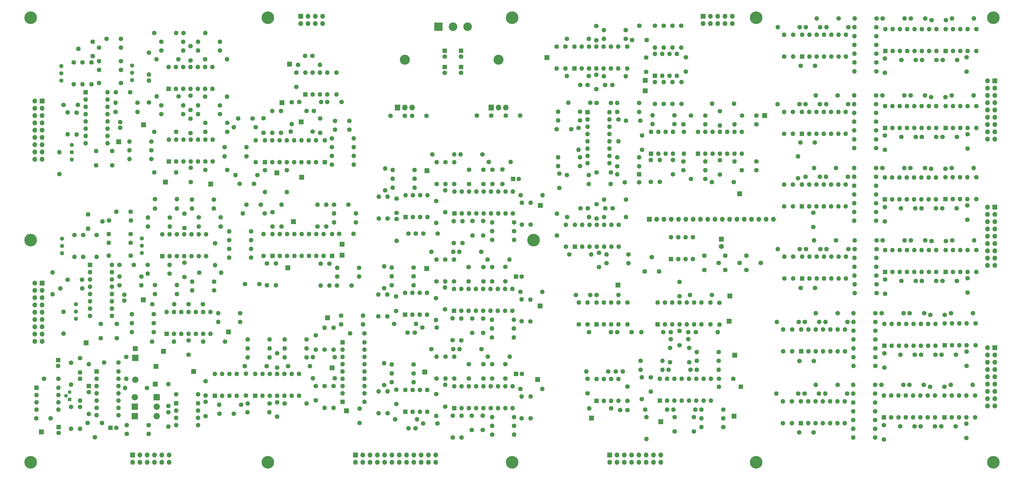
<source format=gbs>
G04 #@! TF.GenerationSoftware,KiCad,Pcbnew,(5.1.7-0-10_14)*
G04 #@! TF.CreationDate,2020-12-06T20:50:18+11:00*
G04 #@! TF.ProjectId,Boom-1,426f6f6d-2d31-42e6-9b69-6361645f7063,rev?*
G04 #@! TF.SameCoordinates,Original*
G04 #@! TF.FileFunction,Soldermask,Bot*
G04 #@! TF.FilePolarity,Negative*
%FSLAX46Y46*%
G04 Gerber Fmt 4.6, Leading zero omitted, Abs format (unit mm)*
G04 Created by KiCad (PCBNEW (5.1.7-0-10_14)) date 2020-12-06 20:50:18*
%MOMM*%
%LPD*%
G01*
G04 APERTURE LIST*
%ADD10O,1.700000X1.700000*%
%ADD11R,1.700000X1.700000*%
%ADD12C,1.600000*%
%ADD13O,1.600000X1.600000*%
%ADD14R,1.600000X1.600000*%
%ADD15C,3.000000*%
%ADD16R,3.000000X3.000000*%
%ADD17C,4.400000*%
%ADD18C,1.620000*%
%ADD19C,1.800000*%
%ADD20R,1.800000X1.800000*%
%ADD21R,2.200000X2.200000*%
%ADD22O,2.200000X2.200000*%
%ADD23C,1.300000*%
%ADD24R,1.300000X1.300000*%
%ADD25C,1.440000*%
%ADD26O,3.500000X3.500000*%
%ADD27R,1.905000X2.000000*%
%ADD28O,1.905000X2.000000*%
G04 APERTURE END LIST*
D10*
X293444400Y-107720200D03*
X290904400Y-107720200D03*
X288364400Y-107720200D03*
X285824400Y-107720200D03*
X283284400Y-107720200D03*
X280744400Y-107720200D03*
X278204400Y-107720200D03*
X275664400Y-107720200D03*
X273124400Y-107720200D03*
X270584400Y-107720200D03*
X268044400Y-107720200D03*
X265504400Y-107720200D03*
X262964400Y-107720200D03*
X260424400Y-107720200D03*
X257884400Y-107720200D03*
X255344400Y-107720200D03*
X252804400Y-107720200D03*
D11*
X250264400Y-107720200D03*
D12*
X361036000Y-128348000D03*
X361036000Y-133348000D03*
D13*
X165370000Y-167240000D03*
X172990000Y-174860000D03*
X167910000Y-167240000D03*
X170450000Y-174860000D03*
X170450000Y-167240000D03*
X167910000Y-174860000D03*
X172990000Y-167240000D03*
D14*
X165370000Y-174860000D03*
D13*
X303344000Y-95616000D03*
X318584000Y-103236000D03*
X305884000Y-95616000D03*
X316044000Y-103236000D03*
X308424000Y-95616000D03*
X313504000Y-103236000D03*
X310964000Y-95616000D03*
X310964000Y-103236000D03*
X313504000Y-95616000D03*
X308424000Y-103236000D03*
X316044000Y-95616000D03*
X305884000Y-103236000D03*
X318584000Y-95616000D03*
D14*
X303344000Y-103236000D03*
D12*
X156158000Y-107518000D03*
D13*
X156158000Y-99898000D03*
D14*
X83040000Y-87572000D03*
D13*
X98280000Y-79952000D03*
X85580000Y-87572000D03*
X95740000Y-79952000D03*
X88120000Y-87572000D03*
X93200000Y-79952000D03*
X90660000Y-87572000D03*
X90660000Y-79952000D03*
X93200000Y-87572000D03*
X88120000Y-79952000D03*
X95740000Y-87572000D03*
X85580000Y-79952000D03*
X98280000Y-87572000D03*
X83040000Y-79952000D03*
D14*
X303394000Y-77924000D03*
D13*
X318634000Y-70304000D03*
X305934000Y-77924000D03*
X316094000Y-70304000D03*
X308474000Y-77924000D03*
X313554000Y-70304000D03*
X311014000Y-77924000D03*
X311014000Y-70304000D03*
X313554000Y-77924000D03*
X308474000Y-70304000D03*
X316094000Y-77924000D03*
X305934000Y-70304000D03*
X318634000Y-77924000D03*
X303394000Y-70304000D03*
D10*
X367960000Y-79820000D03*
X370500000Y-79820000D03*
X367960000Y-77280000D03*
X370500000Y-77280000D03*
X367960000Y-74740000D03*
X370500000Y-74740000D03*
X367960000Y-72200000D03*
X370500000Y-72200000D03*
X367960000Y-69660000D03*
X370500000Y-69660000D03*
X367960000Y-67120000D03*
X370500000Y-67120000D03*
X367960000Y-64580000D03*
X370500000Y-64580000D03*
X367960000Y-62040000D03*
X370500000Y-62040000D03*
X367960000Y-59500000D03*
D11*
X370500000Y-59500000D03*
D10*
X367960000Y-172820000D03*
X370500000Y-172820000D03*
X367960000Y-170280000D03*
X370500000Y-170280000D03*
X367960000Y-167740000D03*
X370500000Y-167740000D03*
X367960000Y-165200000D03*
X370500000Y-165200000D03*
X367960000Y-162660000D03*
X370500000Y-162660000D03*
X367960000Y-160120000D03*
X370500000Y-160120000D03*
X367960000Y-157580000D03*
X370500000Y-157580000D03*
X367960000Y-155040000D03*
X370500000Y-155040000D03*
X367960000Y-152500000D03*
D11*
X370500000Y-152500000D03*
D10*
X367960000Y-123820000D03*
X370500000Y-123820000D03*
X367960000Y-121280000D03*
X370500000Y-121280000D03*
X367960000Y-118740000D03*
X370500000Y-118740000D03*
X367960000Y-116200000D03*
X370500000Y-116200000D03*
X367960000Y-113660000D03*
X370500000Y-113660000D03*
X367960000Y-111120000D03*
X370500000Y-111120000D03*
X367960000Y-108580000D03*
X370500000Y-108580000D03*
X367960000Y-106040000D03*
X370500000Y-106040000D03*
X367960000Y-103500000D03*
D11*
X370500000Y-103500000D03*
D10*
X279160000Y-39540000D03*
X279160000Y-37000000D03*
X276620000Y-39540000D03*
X276620000Y-37000000D03*
X274080000Y-39540000D03*
X274080000Y-37000000D03*
X271540000Y-39540000D03*
X271540000Y-37000000D03*
X269000000Y-39540000D03*
D11*
X269000000Y-37000000D03*
D10*
X254280000Y-192540000D03*
X254280000Y-190000000D03*
X251740000Y-192540000D03*
X251740000Y-190000000D03*
X249200000Y-192540000D03*
X249200000Y-190000000D03*
X246660000Y-192540000D03*
X246660000Y-190000000D03*
X244120000Y-192540000D03*
X244120000Y-190000000D03*
X241580000Y-192540000D03*
X241580000Y-190000000D03*
X239040000Y-192540000D03*
X239040000Y-190000000D03*
X236500000Y-192540000D03*
D11*
X236500000Y-190000000D03*
D10*
X175940000Y-192540000D03*
X175940000Y-190000000D03*
X173400000Y-192540000D03*
X173400000Y-190000000D03*
X170860000Y-192540000D03*
X170860000Y-190000000D03*
X168320000Y-192540000D03*
X168320000Y-190000000D03*
X165780000Y-192540000D03*
X165780000Y-190000000D03*
X163240000Y-192540000D03*
X163240000Y-190000000D03*
X160700000Y-192540000D03*
X160700000Y-190000000D03*
X158160000Y-192540000D03*
X158160000Y-190000000D03*
X155620000Y-192540000D03*
X155620000Y-190000000D03*
X153080000Y-192540000D03*
X153080000Y-190000000D03*
X150540000Y-192540000D03*
X150540000Y-190000000D03*
X148000000Y-192540000D03*
D11*
X148000000Y-190000000D03*
D10*
X136620000Y-39540000D03*
X136620000Y-37000000D03*
X134080000Y-39540000D03*
X134080000Y-37000000D03*
X131540000Y-39540000D03*
X131540000Y-37000000D03*
X129000000Y-39540000D03*
D11*
X129000000Y-37000000D03*
D10*
X83200000Y-192540000D03*
X83200000Y-190000000D03*
X80660000Y-192540000D03*
X80660000Y-190000000D03*
X78120000Y-192540000D03*
X78120000Y-190000000D03*
X75580000Y-192540000D03*
X75580000Y-190000000D03*
X73040000Y-192540000D03*
X73040000Y-190000000D03*
X70500000Y-192540000D03*
D11*
X70500000Y-190000000D03*
D10*
X36460000Y-150320000D03*
X39000000Y-150320000D03*
X36460000Y-147780000D03*
X39000000Y-147780000D03*
X36460000Y-145240000D03*
X39000000Y-145240000D03*
X36460000Y-142700000D03*
X39000000Y-142700000D03*
X36460000Y-140160000D03*
X39000000Y-140160000D03*
X36460000Y-137620000D03*
X39000000Y-137620000D03*
X36460000Y-135080000D03*
X39000000Y-135080000D03*
X36460000Y-132540000D03*
X39000000Y-132540000D03*
X36460000Y-130000000D03*
D11*
X39000000Y-130000000D03*
D10*
X36460000Y-86820000D03*
X39000000Y-86820000D03*
X36460000Y-84280000D03*
X39000000Y-84280000D03*
X36460000Y-81740000D03*
X39000000Y-81740000D03*
X36460000Y-79200000D03*
X39000000Y-79200000D03*
X36460000Y-76660000D03*
X39000000Y-76660000D03*
X36460000Y-74120000D03*
X39000000Y-74120000D03*
X36460000Y-71580000D03*
X39000000Y-71580000D03*
X36460000Y-69040000D03*
X39000000Y-69040000D03*
X36460000Y-66500000D03*
D11*
X39000000Y-66500000D03*
D15*
X187060000Y-40600000D03*
X181980000Y-40600000D03*
D16*
X176900000Y-40600000D03*
D14*
X332052000Y-151856000D03*
D13*
X349832000Y-144236000D03*
X334592000Y-151856000D03*
X347292000Y-144236000D03*
X337132000Y-151856000D03*
X344752000Y-144236000D03*
X339672000Y-151856000D03*
X342212000Y-144236000D03*
X342212000Y-151856000D03*
X339672000Y-144236000D03*
X344752000Y-151856000D03*
X337132000Y-144236000D03*
X347292000Y-151856000D03*
X334592000Y-144236000D03*
X349832000Y-151856000D03*
X332052000Y-144236000D03*
D17*
X370000000Y-192500000D03*
X287500000Y-192500000D03*
X202500000Y-192500000D03*
X117500000Y-192500000D03*
X35000000Y-192500000D03*
X210000000Y-115000000D03*
X35000000Y-115000000D03*
X370000000Y-37500000D03*
X287500000Y-37500000D03*
X202500000Y-37500000D03*
X117500000Y-37500000D03*
X35000000Y-37500000D03*
D13*
X352968000Y-169228000D03*
X360588000Y-176848000D03*
X355508000Y-169228000D03*
X358048000Y-176848000D03*
X358048000Y-169228000D03*
X355508000Y-176848000D03*
X360588000Y-169228000D03*
D14*
X352968000Y-176848000D03*
D12*
X332248000Y-83554000D03*
X332248000Y-78554000D03*
X345138000Y-79024000D03*
X350138000Y-79024000D03*
X357298000Y-79024000D03*
X352298000Y-79024000D03*
X302858000Y-81034000D03*
X307858000Y-81034000D03*
X304668000Y-67654000D03*
X309668000Y-67654000D03*
X348348000Y-65194000D03*
X353348000Y-65194000D03*
X361008000Y-83114000D03*
X361008000Y-78114000D03*
X341188000Y-64554000D03*
X346188000Y-64554000D03*
X337978000Y-79024000D03*
X342978000Y-79024000D03*
D14*
X332360000Y-75904000D03*
D13*
X350140000Y-68284000D03*
X334900000Y-75904000D03*
X347600000Y-68284000D03*
X337440000Y-75904000D03*
X345060000Y-68284000D03*
X339980000Y-75904000D03*
X342520000Y-68284000D03*
X342520000Y-75904000D03*
X339980000Y-68284000D03*
X345060000Y-75904000D03*
X337440000Y-68284000D03*
X347600000Y-75904000D03*
X334900000Y-68284000D03*
X350140000Y-75904000D03*
X332360000Y-68284000D03*
X297198000Y-70304000D03*
D12*
X297198000Y-77924000D03*
D14*
X353378000Y-75914000D03*
D13*
X360998000Y-68294000D03*
X355918000Y-75914000D03*
X358458000Y-68294000D03*
X358458000Y-75914000D03*
X355918000Y-68294000D03*
X360998000Y-75914000D03*
X353378000Y-68294000D03*
D12*
X364118000Y-68284000D03*
D13*
X364118000Y-75904000D03*
X363148000Y-64554000D03*
D12*
X355528000Y-64554000D03*
D13*
X308188000Y-64564000D03*
D12*
X315808000Y-64564000D03*
X329238000Y-73744000D03*
D13*
X321618000Y-73744000D03*
X321618000Y-79864000D03*
D12*
X329238000Y-79864000D03*
D13*
X339028000Y-64574000D03*
D12*
X331408000Y-64574000D03*
D13*
X321608000Y-64564000D03*
D12*
X329228000Y-64564000D03*
D13*
X300268000Y-77924000D03*
D12*
X300268000Y-70304000D03*
X329238000Y-67624000D03*
D13*
X321618000Y-67624000D03*
D12*
X329238000Y-70684000D03*
D13*
X321618000Y-70684000D03*
D12*
X329238000Y-76804000D03*
D13*
X321618000Y-76804000D03*
D12*
X319448000Y-67654000D03*
D13*
X311828000Y-67654000D03*
D12*
X302498000Y-67654000D03*
D13*
X294878000Y-67654000D03*
X321618000Y-82934000D03*
D12*
X329238000Y-82934000D03*
X331948000Y-184516000D03*
X331948000Y-179516000D03*
X349728000Y-179966000D03*
X344728000Y-179966000D03*
X356888000Y-179966000D03*
X351888000Y-179966000D03*
X307478000Y-182056000D03*
X302478000Y-182056000D03*
X309308000Y-168576000D03*
X304308000Y-168576000D03*
X352998000Y-166136000D03*
X347998000Y-166136000D03*
X360588000Y-179056000D03*
X360588000Y-184056000D03*
X345828000Y-165506000D03*
X340828000Y-165506000D03*
X342568000Y-179966000D03*
X337568000Y-179966000D03*
D13*
X363678000Y-176856000D03*
D12*
X363678000Y-169236000D03*
X355178000Y-165496000D03*
D13*
X362798000Y-165496000D03*
D12*
X315848000Y-165506000D03*
D13*
X308228000Y-165506000D03*
D12*
X328868000Y-174706000D03*
D13*
X321248000Y-174706000D03*
X321238000Y-180826000D03*
D12*
X328858000Y-180826000D03*
X331048000Y-165506000D03*
D13*
X338668000Y-165506000D03*
X321248000Y-165506000D03*
D12*
X328868000Y-165506000D03*
D13*
X299878000Y-178856000D03*
D12*
X299878000Y-171236000D03*
D13*
X321248000Y-168576000D03*
D12*
X328868000Y-168576000D03*
X328868000Y-171646000D03*
D13*
X321248000Y-171646000D03*
D12*
X328868000Y-177766000D03*
D13*
X321248000Y-177766000D03*
D12*
X319088000Y-168576000D03*
D13*
X311468000Y-168576000D03*
D12*
X302148000Y-168576000D03*
D13*
X294528000Y-168576000D03*
X321238000Y-183886000D03*
D12*
X328858000Y-183886000D03*
D13*
X296808000Y-171236000D03*
D12*
X296808000Y-178856000D03*
D14*
X331948000Y-176858000D03*
D13*
X349728000Y-169238000D03*
X334488000Y-176858000D03*
X347188000Y-169238000D03*
X337028000Y-176858000D03*
X344648000Y-169238000D03*
X339568000Y-176858000D03*
X342108000Y-169238000D03*
X342108000Y-176858000D03*
X339568000Y-169238000D03*
X344648000Y-176858000D03*
X337028000Y-169238000D03*
X347188000Y-176858000D03*
X334488000Y-169238000D03*
X349728000Y-176858000D03*
X331948000Y-169238000D03*
X302998000Y-171216000D03*
X318238000Y-178836000D03*
X305538000Y-171216000D03*
X315698000Y-178836000D03*
X308078000Y-171216000D03*
X313158000Y-178836000D03*
X310618000Y-171216000D03*
X310618000Y-178836000D03*
X313158000Y-171216000D03*
X308078000Y-178836000D03*
X315698000Y-171216000D03*
X305538000Y-178836000D03*
X318238000Y-171216000D03*
D14*
X302998000Y-178836000D03*
D13*
X257860000Y-114036000D03*
X265480000Y-121656000D03*
X260400000Y-114036000D03*
X262940000Y-121656000D03*
X262940000Y-114036000D03*
X260400000Y-121656000D03*
X265480000Y-114036000D03*
D14*
X257860000Y-121656000D03*
D18*
X269390000Y-120476000D03*
X274390000Y-122976000D03*
X269390000Y-125476000D03*
D19*
X275380000Y-117206000D03*
D20*
X275380000Y-114666000D03*
D18*
X276730000Y-125486000D03*
X281730000Y-122986000D03*
X276730000Y-120486000D03*
X284070000Y-120486000D03*
X289070000Y-122986000D03*
X284070000Y-125486000D03*
D11*
X214606000Y-51370000D03*
D12*
X226260000Y-60906000D03*
X228760000Y-60906000D03*
X226342000Y-103950000D03*
X228842000Y-103950000D03*
X237410000Y-60906000D03*
X234910000Y-60906000D03*
X234992000Y-103940000D03*
X237492000Y-103940000D03*
X231830000Y-57396000D03*
X231830000Y-62396000D03*
X231840000Y-45336000D03*
X231840000Y-40336000D03*
X232732000Y-119470000D03*
X232732000Y-124470000D03*
X231912000Y-107470000D03*
X231912000Y-102470000D03*
X247750000Y-83536000D03*
X247750000Y-78536000D03*
X274812000Y-87140000D03*
X274812000Y-92140000D03*
X274812000Y-75100000D03*
X274812000Y-70100000D03*
X218960000Y-96856000D03*
X218960000Y-91856000D03*
X236890000Y-67216000D03*
X231890000Y-67216000D03*
X242170000Y-73376000D03*
X247170000Y-73376000D03*
X264750000Y-71566000D03*
X269750000Y-71566000D03*
X282522000Y-71570000D03*
X287522000Y-71570000D03*
X269730000Y-93736000D03*
X264730000Y-93736000D03*
X282502000Y-90660000D03*
X287502000Y-90660000D03*
X242570000Y-47586000D03*
D13*
X242570000Y-55206000D03*
X234552000Y-100860000D03*
D12*
X242172000Y-100860000D03*
X229200000Y-57836000D03*
D13*
X221580000Y-57836000D03*
X229292000Y-107020000D03*
D12*
X221672000Y-107020000D03*
D13*
X242080000Y-57846000D03*
D12*
X234460000Y-57846000D03*
X234552000Y-107020000D03*
D13*
X242172000Y-107020000D03*
X221090000Y-55176000D03*
D12*
X221090000Y-47556000D03*
X221232000Y-117340000D03*
D13*
X221232000Y-109720000D03*
D12*
X218116000Y-113420000D03*
D13*
X218116000Y-105800000D03*
X218000000Y-55176000D03*
D12*
X218000000Y-47556000D03*
X221580000Y-44886000D03*
D13*
X229200000Y-44886000D03*
D12*
X236820000Y-95446000D03*
D13*
X229200000Y-95446000D03*
D12*
X262330000Y-77296000D03*
D13*
X262330000Y-84916000D03*
D12*
X262120000Y-90676000D03*
D13*
X269740000Y-90676000D03*
D12*
X262122000Y-74640000D03*
D13*
X269742000Y-74640000D03*
D12*
X287522000Y-74640000D03*
D13*
X279902000Y-74640000D03*
X272140000Y-67446000D03*
D12*
X279760000Y-67446000D03*
X279670000Y-94796000D03*
D13*
X272050000Y-94796000D03*
X269732000Y-87600000D03*
D12*
X262112000Y-87600000D03*
D13*
X279882000Y-87590000D03*
D12*
X287502000Y-87590000D03*
D18*
X244320000Y-45286000D03*
X246820000Y-40286000D03*
X249320000Y-45286000D03*
X248666000Y-125930000D03*
X251166000Y-120930000D03*
X253666000Y-125930000D03*
D11*
X248842000Y-62972000D03*
X290442000Y-71560000D03*
X281660000Y-98886000D03*
D13*
X236436400Y-70398200D03*
X228816400Y-88178200D03*
X236436400Y-72938200D03*
X228816400Y-85638200D03*
X236436400Y-75478200D03*
X228816400Y-83098200D03*
X236436400Y-78018200D03*
X228816400Y-80558200D03*
X236436400Y-80558200D03*
X228816400Y-78018200D03*
X236436400Y-83098200D03*
X228816400Y-75478200D03*
X236436400Y-85638200D03*
X228816400Y-72938200D03*
X236436400Y-88178200D03*
D14*
X228816400Y-70398200D03*
D13*
X224210000Y-47546000D03*
X239450000Y-55166000D03*
X226750000Y-47546000D03*
X236910000Y-55166000D03*
X229290000Y-47546000D03*
X234370000Y-55166000D03*
X231830000Y-47546000D03*
X231830000Y-55166000D03*
X234370000Y-47546000D03*
X229290000Y-55166000D03*
X236910000Y-47546000D03*
X226750000Y-55166000D03*
X239450000Y-47546000D03*
D14*
X224210000Y-55166000D03*
D12*
X258530000Y-92076000D03*
X258530000Y-87076000D03*
X241730000Y-94886000D03*
X246730000Y-94886000D03*
D11*
X248842000Y-59292000D03*
D13*
X225690000Y-83536000D03*
D12*
X225690000Y-75916000D03*
X226150000Y-70226000D03*
D13*
X218530000Y-70226000D03*
D12*
X229710000Y-67146000D03*
D13*
X222090000Y-67146000D03*
D14*
X252262000Y-57682000D03*
D13*
X259882000Y-50062000D03*
X254802000Y-57682000D03*
X257342000Y-50062000D03*
X257342000Y-57682000D03*
X254802000Y-50062000D03*
X259882000Y-57682000D03*
X252262000Y-50062000D03*
D12*
X218070000Y-76366000D03*
X223070000Y-76366000D03*
D14*
X224352000Y-117320000D03*
D13*
X239592000Y-109700000D03*
X226892000Y-117320000D03*
X237052000Y-109700000D03*
X229432000Y-117320000D03*
X234512000Y-109700000D03*
X231972000Y-117320000D03*
X231972000Y-109700000D03*
X234512000Y-117320000D03*
X229432000Y-109700000D03*
X237052000Y-117320000D03*
X226892000Y-109700000D03*
X239592000Y-117320000D03*
X224352000Y-109700000D03*
D12*
X236930000Y-91386000D03*
X231930000Y-91386000D03*
D14*
X267202000Y-84920000D03*
D13*
X282442000Y-77300000D03*
X269742000Y-84920000D03*
X279902000Y-77300000D03*
X272282000Y-84920000D03*
X277362000Y-77300000D03*
X274822000Y-84920000D03*
X274822000Y-77300000D03*
X277362000Y-84920000D03*
X272282000Y-77300000D03*
X279902000Y-84920000D03*
X269742000Y-77300000D03*
X282442000Y-84920000D03*
X267202000Y-77300000D03*
X250880000Y-77236000D03*
X258500000Y-84856000D03*
X253420000Y-77236000D03*
X255960000Y-84856000D03*
X255960000Y-77236000D03*
X253420000Y-84856000D03*
X258500000Y-77236000D03*
D14*
X250880000Y-84856000D03*
D12*
X262982000Y-56312000D03*
X262982000Y-51312000D03*
X249152000Y-56372000D03*
X249152000Y-51372000D03*
D14*
X246720000Y-92076000D03*
D13*
X239100000Y-92076000D03*
X230092000Y-120000000D03*
D12*
X222472000Y-120000000D03*
X242100000Y-41816000D03*
D13*
X234480000Y-41816000D03*
X242982000Y-123050000D03*
D12*
X235362000Y-123050000D03*
X242090000Y-44886000D03*
D13*
X234470000Y-44886000D03*
X235372000Y-119990000D03*
D12*
X242992000Y-119990000D03*
X252222000Y-40232000D03*
D13*
X252222000Y-47852000D03*
X229220000Y-92326000D03*
D12*
X221600000Y-92326000D03*
D13*
X261412000Y-47852000D03*
D12*
X261412000Y-40232000D03*
D13*
X258342000Y-47852000D03*
D12*
X258342000Y-40232000D03*
D13*
X255282000Y-47852000D03*
D12*
X255282000Y-40232000D03*
X226140000Y-73286000D03*
D13*
X218520000Y-73286000D03*
D12*
X226140000Y-89236000D03*
D13*
X218520000Y-89236000D03*
D12*
X226140000Y-86166000D03*
D13*
X218520000Y-86166000D03*
X261442000Y-59892000D03*
D12*
X261442000Y-67512000D03*
X258352000Y-67512000D03*
D13*
X258352000Y-59892000D03*
X255272000Y-59902000D03*
D12*
X255272000Y-67522000D03*
D13*
X251350000Y-71506000D03*
D12*
X258970000Y-71506000D03*
X253890000Y-94696000D03*
D13*
X253890000Y-87076000D03*
X251350000Y-74576000D03*
D12*
X258970000Y-74576000D03*
X250830000Y-94696000D03*
D13*
X250830000Y-87076000D03*
D12*
X252212000Y-67522000D03*
D13*
X252212000Y-59902000D03*
D12*
X239530000Y-72916000D03*
D13*
X239530000Y-80536000D03*
X246720000Y-86166000D03*
D12*
X239100000Y-86166000D03*
X239080000Y-70296000D03*
D13*
X246700000Y-70296000D03*
D12*
X239100000Y-89256000D03*
D13*
X246720000Y-89256000D03*
X239080000Y-67216000D03*
D12*
X246700000Y-67216000D03*
X135750000Y-77630000D03*
X135750000Y-72630000D03*
D13*
X125500000Y-77170000D03*
D12*
X133120000Y-77170000D03*
X161480000Y-144226000D03*
D13*
X169100000Y-144226000D03*
D11*
X230160000Y-177118000D03*
D14*
X231940000Y-144418000D03*
D13*
X239560000Y-136798000D03*
X234480000Y-144418000D03*
X237020000Y-136798000D03*
X237020000Y-144418000D03*
X234480000Y-136798000D03*
X239560000Y-144418000D03*
X231940000Y-136798000D03*
D12*
X239110000Y-147088000D03*
X244110000Y-147088000D03*
X224720000Y-134128000D03*
X229720000Y-134128000D03*
X228810000Y-144438000D03*
D13*
X228810000Y-136818000D03*
X225720000Y-136808000D03*
D12*
X225720000Y-144428000D03*
X229320000Y-147088000D03*
D13*
X236940000Y-147088000D03*
X242680000Y-144398000D03*
D12*
X242680000Y-136778000D03*
D13*
X239540000Y-134138000D03*
D12*
X231920000Y-134138000D03*
D11*
X239356000Y-130680000D03*
X254250000Y-178360000D03*
D13*
X256480000Y-174118000D03*
D12*
X248860000Y-174118000D03*
X235960000Y-160798000D03*
D13*
X228340000Y-160798000D03*
D14*
X253970000Y-170988000D03*
D13*
X271750000Y-163368000D03*
X256510000Y-170988000D03*
X269210000Y-163368000D03*
X259050000Y-170988000D03*
X266670000Y-163368000D03*
X261590000Y-170988000D03*
X264130000Y-163368000D03*
X264130000Y-170988000D03*
X261590000Y-163368000D03*
X266670000Y-170988000D03*
X259050000Y-163368000D03*
X269210000Y-170988000D03*
X256510000Y-163368000D03*
X271750000Y-170988000D03*
X253970000Y-163368000D03*
X353078000Y-144062000D03*
X360698000Y-151682000D03*
X355618000Y-144062000D03*
X358158000Y-151682000D03*
X358158000Y-144062000D03*
X355618000Y-151682000D03*
X360698000Y-144062000D03*
D14*
X353078000Y-151682000D03*
D12*
X360702000Y-158896000D03*
X360702000Y-153896000D03*
X353082000Y-141136000D03*
X348082000Y-141136000D03*
X360718000Y-56264000D03*
X360718000Y-51264000D03*
D13*
X321698000Y-43874000D03*
D12*
X329318000Y-43874000D03*
D13*
X182396000Y-155706000D03*
D12*
X182396000Y-163326000D03*
X162236000Y-172216000D03*
X162236000Y-167216000D03*
D13*
X179316000Y-163326000D03*
D12*
X179316000Y-155706000D03*
X174420000Y-119126000D03*
D13*
X182040000Y-119126000D03*
D14*
X165310000Y-141016000D03*
D13*
X172930000Y-133396000D03*
X167850000Y-141016000D03*
X170390000Y-133396000D03*
X170390000Y-141016000D03*
X167850000Y-133396000D03*
X172930000Y-141016000D03*
X165310000Y-133396000D03*
D12*
X166446000Y-180626000D03*
X168946000Y-180626000D03*
X176566000Y-178946000D03*
X171566000Y-178946000D03*
X161776000Y-177546000D03*
D13*
X169396000Y-177546000D03*
D12*
X176608000Y-112738000D03*
X171608000Y-112738000D03*
X44660000Y-163340000D03*
X39660000Y-163340000D03*
D13*
X93240000Y-171950000D03*
X85620000Y-179570000D03*
X93240000Y-174490000D03*
X85620000Y-177030000D03*
X93240000Y-177030000D03*
X85620000Y-174490000D03*
X93240000Y-179570000D03*
D14*
X85620000Y-171950000D03*
D12*
X137870000Y-110270000D03*
D13*
X137870000Y-102650000D03*
D12*
X149270000Y-124695000D03*
D13*
X141650000Y-124695000D03*
X111715000Y-115045000D03*
D12*
X104095000Y-115045000D03*
X104070000Y-118120000D03*
D13*
X111690000Y-118120000D03*
D12*
X111720000Y-121170000D03*
D13*
X104100000Y-121170000D03*
X104100000Y-111945000D03*
D12*
X111720000Y-111945000D03*
D13*
X44635000Y-166470000D03*
X37015000Y-174090000D03*
X44635000Y-169010000D03*
X37015000Y-171550000D03*
X44635000Y-171550000D03*
X37015000Y-169010000D03*
X44635000Y-174090000D03*
D14*
X37015000Y-166470000D03*
D11*
X143345000Y-116470000D03*
D12*
X59335000Y-144220000D03*
X59335000Y-149220000D03*
D13*
X91100000Y-100895000D03*
D12*
X98720000Y-100895000D03*
X98720000Y-103995000D03*
D13*
X91100000Y-103995000D03*
D12*
X101120000Y-110295000D03*
D13*
X93500000Y-110295000D03*
X75720000Y-126735000D03*
D12*
X83340000Y-126735000D03*
D13*
X85873600Y-100743000D03*
D12*
X78253600Y-100743000D03*
X78253600Y-104045000D03*
D13*
X85873600Y-104045000D03*
X83440000Y-110295000D03*
D12*
X75820000Y-110295000D03*
X98820000Y-132595000D03*
D13*
X91200000Y-132595000D03*
X91200000Y-129495000D03*
D12*
X98820000Y-129495000D03*
X99200000Y-116140000D03*
D13*
X99200000Y-123760000D03*
X101240000Y-126395000D03*
D12*
X93620000Y-126395000D03*
X78220000Y-133795000D03*
D13*
X85840000Y-133795000D03*
X85840000Y-130695000D03*
D12*
X78220000Y-130695000D03*
X75740000Y-123635000D03*
D13*
X83360000Y-123635000D03*
D12*
X83420000Y-107195000D03*
D13*
X75800000Y-107195000D03*
D12*
X88520000Y-127895000D03*
X88520000Y-122895000D03*
X88500000Y-105780000D03*
X88500000Y-110780000D03*
D13*
X80820000Y-112975000D03*
X96060000Y-120595000D03*
X83360000Y-112975000D03*
X93520000Y-120595000D03*
X85900000Y-112975000D03*
X90980000Y-120595000D03*
X88440000Y-112975000D03*
X88440000Y-120595000D03*
X90980000Y-112975000D03*
X85900000Y-120595000D03*
X93520000Y-112975000D03*
X83360000Y-120595000D03*
X96060000Y-112975000D03*
D14*
X80820000Y-120595000D03*
D13*
X101140000Y-107095000D03*
D12*
X93520000Y-107095000D03*
X146620000Y-130895000D03*
X141620000Y-130895000D03*
X117220000Y-123195000D03*
D13*
X117220000Y-130815000D03*
X140525000Y-108845000D03*
D12*
X148145000Y-108845000D03*
D13*
X82310000Y-140075000D03*
X97550000Y-147695000D03*
X84850000Y-140075000D03*
X95010000Y-147695000D03*
X87390000Y-140075000D03*
X92470000Y-147695000D03*
X89930000Y-140075000D03*
X89930000Y-147695000D03*
X92470000Y-140075000D03*
X87390000Y-147695000D03*
X95010000Y-140075000D03*
X84850000Y-147695000D03*
X97550000Y-140075000D03*
D14*
X82310000Y-147695000D03*
D12*
X41960000Y-177190000D03*
X36960000Y-177190000D03*
D13*
X83028900Y-54644800D03*
X98268900Y-62264800D03*
X85568900Y-54644800D03*
X95728900Y-62264800D03*
X88108900Y-54644800D03*
X93188900Y-62264800D03*
X90648900Y-54644800D03*
X90648900Y-62264800D03*
X93188900Y-54644800D03*
X88108900Y-62264800D03*
X95728900Y-54644800D03*
X85568900Y-62264800D03*
X98268900Y-54644800D03*
D14*
X83028900Y-62264800D03*
D13*
X124155600Y-98249200D03*
D12*
X124155600Y-90629200D03*
D14*
X116548300Y-87898700D03*
D13*
X134328300Y-80278700D03*
X119088300Y-87898700D03*
X131788300Y-80278700D03*
X121628300Y-87898700D03*
X129248300Y-80278700D03*
X124168300Y-87898700D03*
X126708300Y-80278700D03*
X126708300Y-87898700D03*
X124168300Y-80278700D03*
X129248300Y-87898700D03*
X121628300Y-80278700D03*
X131788300Y-87898700D03*
X119088300Y-80278700D03*
X134328300Y-87898700D03*
X116548300Y-80278700D03*
D11*
X129160000Y-73800000D03*
D12*
X143225600Y-66885800D03*
X138225600Y-66885800D03*
X77007500Y-86746500D03*
D13*
X69387500Y-86746500D03*
D12*
X116027600Y-77573600D03*
X116027600Y-72573600D03*
X112747200Y-95404400D03*
X107747200Y-95404400D03*
X107239200Y-72646000D03*
X112239200Y-72646000D03*
X145930000Y-73450000D03*
X140930000Y-73450000D03*
X140934800Y-76511600D03*
X145934800Y-76511600D03*
D13*
X137376300Y-80278700D03*
D14*
X137376300Y-87898700D03*
D12*
X113335200Y-87886000D03*
D13*
X113335200Y-80266000D03*
D12*
X116548300Y-90692700D03*
D13*
X116548300Y-98312700D03*
X119075600Y-70004400D03*
D12*
X119075600Y-77624400D03*
D13*
X106261300Y-92356400D03*
D12*
X113881300Y-92356400D03*
X113335200Y-75694000D03*
D13*
X105715200Y-75694000D03*
X147408000Y-88703600D03*
D12*
X139788000Y-88703600D03*
X139788000Y-79559600D03*
D13*
X147408000Y-79559600D03*
D12*
X139788000Y-85655600D03*
D13*
X147408000Y-85655600D03*
X147408000Y-82607600D03*
D12*
X139788000Y-82607600D03*
X122123600Y-77624400D03*
D13*
X122123600Y-70004400D03*
X102464000Y-85803200D03*
D12*
X110084000Y-85803200D03*
X125790000Y-66950000D03*
D13*
X125790000Y-74570000D03*
X110084000Y-82602800D03*
D12*
X102464000Y-82602800D03*
D11*
X122410000Y-67080000D03*
X120675000Y-91600000D03*
X129286400Y-93118400D03*
D13*
X88045400Y-68043300D03*
D12*
X80425400Y-68043300D03*
X80425400Y-71091300D03*
D13*
X88045400Y-71091300D03*
X93252400Y-45881800D03*
D12*
X100872400Y-45881800D03*
D13*
X130605600Y-56598800D03*
X138225600Y-64218800D03*
X133145600Y-56598800D03*
X135685600Y-64218800D03*
X135685600Y-56598800D03*
X133145600Y-64218800D03*
X138225600Y-56598800D03*
D14*
X130605600Y-64218800D03*
D13*
X165412000Y-99372000D03*
X173032000Y-106992000D03*
X167952000Y-99372000D03*
X170492000Y-106992000D03*
X170492000Y-99372000D03*
X167952000Y-106992000D03*
X173032000Y-99372000D03*
D14*
X165412000Y-106992000D03*
D12*
X162288000Y-100518000D03*
X162288000Y-105518000D03*
X127456000Y-56577200D03*
X127456000Y-61577200D03*
X100872400Y-48929800D03*
D13*
X93252400Y-48929800D03*
D12*
X168598000Y-90558000D03*
D13*
X160978000Y-90558000D03*
D12*
X159218000Y-107518000D03*
D13*
X159218000Y-99898000D03*
X93252400Y-71091300D03*
D12*
X100872400Y-71091300D03*
X100872400Y-68043300D03*
D13*
X93252400Y-68043300D03*
D12*
X90648900Y-69630800D03*
X90648900Y-64630800D03*
X90648900Y-47422300D03*
X90648900Y-52422300D03*
X44700000Y-182220000D03*
D14*
X44700000Y-180220000D03*
D12*
X70910000Y-123695000D03*
X65910000Y-123695000D03*
X47888400Y-128795000D03*
X52888400Y-128795000D03*
X69810000Y-105095000D03*
X64810000Y-105095000D03*
X60580000Y-157670000D03*
X65580000Y-157670000D03*
D14*
X44560000Y-156880000D03*
D12*
X44560000Y-158880000D03*
X90660000Y-94811000D03*
X90660000Y-89811000D03*
X90650000Y-72729500D03*
X90650000Y-77729500D03*
X61430000Y-44810000D03*
X66430000Y-44810000D03*
X89910000Y-154995000D03*
X89910000Y-149995000D03*
X94910000Y-137410000D03*
X89910000Y-137410000D03*
X52130000Y-156170000D03*
X52130000Y-161170000D03*
X64985000Y-149220000D03*
X64985000Y-144220000D03*
X67548000Y-134113800D03*
X67548000Y-136113800D03*
X95890000Y-176450000D03*
X95890000Y-171450000D03*
X82940000Y-175040000D03*
X82940000Y-180040000D03*
X63355000Y-83969000D03*
X63355000Y-88969000D03*
X57767000Y-83969000D03*
X57767000Y-88969000D03*
X105650000Y-175550000D03*
X100650000Y-175550000D03*
X66149000Y-75856000D03*
X66149000Y-73856000D03*
X95900000Y-169250000D03*
X95900000Y-164250000D03*
X64780000Y-180470000D03*
D14*
X62780000Y-180470000D03*
D12*
X69625000Y-63442000D03*
X64625000Y-63442000D03*
X46410000Y-67890000D03*
X51410000Y-67890000D03*
X120740000Y-176550000D03*
X120740000Y-171550000D03*
X120740000Y-154450000D03*
X120740000Y-159450000D03*
X151180000Y-147510000D03*
X146180000Y-147510000D03*
X109570000Y-130345000D03*
X114570000Y-130345000D03*
X110108000Y-102645000D03*
X115108000Y-102645000D03*
X149430000Y-173770000D03*
X149430000Y-178770000D03*
X134200000Y-148200000D03*
X134200000Y-153200000D03*
X134200000Y-165900000D03*
X134200000Y-170900000D03*
X119170000Y-110295000D03*
X119170000Y-105295000D03*
X140520000Y-102645000D03*
X145520000Y-102645000D03*
X142320000Y-112870000D03*
X147320000Y-112870000D03*
X133495600Y-70000800D03*
X130995600Y-70000800D03*
X133004000Y-50807600D03*
X130504000Y-50807600D03*
X168988000Y-112728000D03*
X166488000Y-112728000D03*
X168640000Y-147306000D03*
X166140000Y-147306000D03*
X332278000Y-56724000D03*
X332278000Y-51724000D03*
X350208000Y-52184000D03*
X345208000Y-52184000D03*
X192280000Y-181277000D03*
X192280000Y-176277000D03*
X187476000Y-163306000D03*
X187476000Y-158306000D03*
X352418000Y-52184000D03*
X357418000Y-52184000D03*
X188480000Y-181277000D03*
X188480000Y-176277000D03*
X200176000Y-158326000D03*
X200176000Y-163326000D03*
X332052000Y-154516000D03*
X332052000Y-159516000D03*
X302978000Y-54284000D03*
X307978000Y-54284000D03*
X304758000Y-40764000D03*
X309758000Y-40764000D03*
X349832000Y-154966000D03*
X344832000Y-154966000D03*
X351992000Y-154966000D03*
X356992000Y-154966000D03*
X348468000Y-38334000D03*
X353468000Y-38334000D03*
X192536000Y-163336000D03*
X192536000Y-158336000D03*
X195596000Y-163326000D03*
X195596000Y-158326000D03*
X346298000Y-37694000D03*
X341298000Y-37694000D03*
X343038000Y-52184000D03*
X338038000Y-52184000D03*
X205896000Y-161646000D03*
D14*
X203896000Y-161646000D03*
D12*
X192498000Y-108388000D03*
X192498000Y-113388000D03*
X187548000Y-90458000D03*
X187548000Y-95458000D03*
X187420000Y-124406000D03*
X187420000Y-129406000D03*
X192470000Y-142356000D03*
X192470000Y-147356000D03*
X188738000Y-108388000D03*
X188738000Y-113388000D03*
X199138000Y-95438000D03*
X199138000Y-90438000D03*
X200130000Y-129386000D03*
X200130000Y-124386000D03*
X188680000Y-142356000D03*
X188680000Y-147356000D03*
X162190000Y-134716000D03*
X162190000Y-139716000D03*
X171280000Y-145476000D03*
X176280000Y-145476000D03*
X192520000Y-124406000D03*
X192520000Y-129406000D03*
X195580000Y-124396000D03*
X195580000Y-129396000D03*
X192588000Y-90458000D03*
X192588000Y-95458000D03*
X195678000Y-90448000D03*
X195678000Y-95448000D03*
X307522000Y-157216000D03*
X302522000Y-157216000D03*
X309412000Y-143566000D03*
X304412000Y-143566000D03*
X204858000Y-93708000D03*
D14*
X202858000Y-93708000D03*
D12*
X205870000Y-127756000D03*
D14*
X203870000Y-127756000D03*
D12*
X345922000Y-140496000D03*
X340922000Y-140496000D03*
X342662000Y-154966000D03*
X337662000Y-154966000D03*
X341176000Y-89880000D03*
X346176000Y-89880000D03*
X337866000Y-103950000D03*
X342866000Y-103950000D03*
X341326000Y-115078000D03*
X346326000Y-115078000D03*
X337976000Y-129248000D03*
X342976000Y-129248000D03*
X332266000Y-103520000D03*
X332266000Y-108520000D03*
X332346000Y-128788000D03*
X332346000Y-133788000D03*
X350036000Y-103950000D03*
X345036000Y-103950000D03*
X350146000Y-129248000D03*
X345146000Y-129248000D03*
X352196000Y-103950000D03*
X357196000Y-103950000D03*
X352316000Y-129248000D03*
X357316000Y-129248000D03*
X302966000Y-131688000D03*
X307966000Y-131688000D03*
X304776000Y-118168000D03*
X309776000Y-118168000D03*
X307370000Y-110450000D03*
X307370000Y-105450000D03*
X304616000Y-92960000D03*
X309616000Y-92960000D03*
X264180000Y-157608000D03*
X264180000Y-152608000D03*
X257490000Y-152608000D03*
X257490000Y-157608000D03*
X250770000Y-162888000D03*
X250770000Y-167888000D03*
X265820000Y-176738000D03*
X265820000Y-181738000D03*
X260800000Y-151658000D03*
X260800000Y-146658000D03*
X260820000Y-129620000D03*
X260820000Y-134620000D03*
X228800000Y-168418000D03*
X228800000Y-163418000D03*
X242650000Y-166118000D03*
X242650000Y-171118000D03*
X259090000Y-181728000D03*
X259090000Y-176728000D03*
X274510000Y-163348000D03*
X279510000Y-163348000D03*
X257740000Y-149618000D03*
X257740000Y-147118000D03*
X263870000Y-149608000D03*
X263870000Y-147108000D03*
X348506000Y-115398000D03*
X353506000Y-115398000D03*
X348336000Y-90120000D03*
X353336000Y-90120000D03*
X360946000Y-107910000D03*
X360946000Y-102910000D03*
X238580000Y-160808000D03*
X241080000Y-160808000D03*
X240170000Y-174268000D03*
X242670000Y-174268000D03*
D14*
X179090000Y-49024000D03*
D12*
X179090000Y-51024000D03*
D14*
X184760000Y-49014000D03*
D12*
X184760000Y-51014000D03*
X179080000Y-56664000D03*
D14*
X179080000Y-54664000D03*
D12*
X184770000Y-56684000D03*
D14*
X184770000Y-54684000D03*
D12*
X172738000Y-71660000D03*
X167738000Y-71660000D03*
X160188000Y-71670000D03*
X165188000Y-71670000D03*
X190296000Y-71616000D03*
X195296000Y-71616000D03*
X205346000Y-71616000D03*
X200346000Y-71616000D03*
D14*
X55230000Y-165914000D03*
D13*
X55230000Y-158294000D03*
D21*
X78830000Y-169820000D03*
D22*
X71210000Y-169820000D03*
D21*
X71205000Y-176395000D03*
D22*
X78825000Y-176395000D03*
X78825000Y-173120000D03*
D21*
X71205000Y-173120000D03*
D22*
X71430000Y-163690000D03*
D21*
X71430000Y-156070000D03*
D13*
X151170000Y-171400000D03*
D14*
X143550000Y-171400000D03*
D13*
X139870000Y-112953000D03*
D14*
X139870000Y-120573000D03*
X282120000Y-166168000D03*
D13*
X274500000Y-166168000D03*
D23*
X47260000Y-169300000D03*
X48530000Y-168030000D03*
D24*
X48530000Y-170570000D03*
D13*
X52130000Y-180790000D03*
D12*
X52130000Y-173170000D03*
D13*
X62190000Y-120495000D03*
D12*
X69810000Y-120495000D03*
X62210000Y-108195000D03*
D13*
X69830000Y-108195000D03*
D12*
X49030000Y-173170000D03*
D13*
X49030000Y-180790000D03*
X62190000Y-115995000D03*
D12*
X69810000Y-115995000D03*
X66429000Y-60235000D03*
D13*
X58809000Y-60235000D03*
D12*
X69810000Y-112895000D03*
D13*
X62190000Y-112895000D03*
D12*
X58809000Y-47916000D03*
D13*
X66429000Y-47916000D03*
X49030000Y-165440000D03*
D12*
X49030000Y-157820000D03*
D13*
X46410000Y-139975000D03*
D12*
X46410000Y-147595000D03*
D13*
X58809000Y-55663000D03*
D12*
X66429000Y-55663000D03*
D13*
X42610000Y-133915000D03*
D12*
X42610000Y-126295000D03*
X65910000Y-130795000D03*
D13*
X73530000Y-130795000D03*
D12*
X66429000Y-52615000D03*
D13*
X58809000Y-52615000D03*
X65890000Y-127695000D03*
D12*
X73510000Y-127695000D03*
D13*
X44940000Y-84397000D03*
D12*
X44940000Y-92017000D03*
X47860000Y-70540000D03*
D13*
X47860000Y-78160000D03*
X72118000Y-70300000D03*
D12*
X64498000Y-70300000D03*
X72118000Y-67125000D03*
D13*
X64498000Y-67125000D03*
D12*
X55230000Y-168070000D03*
D13*
X55230000Y-175690000D03*
X100630000Y-172450000D03*
D12*
X108250000Y-172450000D03*
D13*
X52130000Y-170990000D03*
D12*
X52130000Y-163370000D03*
D13*
X109950000Y-161630000D03*
D12*
X109950000Y-169250000D03*
X110450000Y-175100000D03*
D13*
X118070000Y-175100000D03*
X50210000Y-120915000D03*
D12*
X50210000Y-113295000D03*
X53310000Y-113295000D03*
D13*
X53310000Y-120915000D03*
X57910000Y-120915000D03*
D12*
X57910000Y-113295000D03*
D13*
X45290000Y-131895000D03*
D12*
X52910000Y-131895000D03*
X68430000Y-182620000D03*
D13*
X76050000Y-182620000D03*
D12*
X123400000Y-172000000D03*
D13*
X131020000Y-172000000D03*
X110480000Y-172000000D03*
D12*
X118100000Y-172000000D03*
X53011000Y-53081000D03*
D13*
X53011000Y-60701000D03*
D12*
X75430000Y-166620000D03*
D13*
X67810000Y-166620000D03*
X68410000Y-179545000D03*
D12*
X76030000Y-179545000D03*
D13*
X68230000Y-163390000D03*
D12*
X68230000Y-155770000D03*
D13*
X49963000Y-60701000D03*
D12*
X49963000Y-53081000D03*
X56130000Y-53080000D03*
D13*
X56130000Y-60700000D03*
D12*
X50960000Y-70550000D03*
D13*
X50960000Y-78170000D03*
X70190000Y-143995000D03*
D12*
X77810000Y-143995000D03*
D13*
X70190000Y-147095000D03*
D12*
X77810000Y-147095000D03*
D13*
X70190000Y-140895000D03*
D12*
X77810000Y-140895000D03*
D13*
X94990000Y-150395000D03*
D12*
X102610000Y-150395000D03*
X77235000Y-150395000D03*
D13*
X84855000Y-150395000D03*
X88045400Y-48929800D03*
D12*
X80425400Y-48929800D03*
X80425400Y-45881800D03*
D13*
X88045400Y-45881800D03*
X85581600Y-42808400D03*
D12*
X77961600Y-42808400D03*
X77007500Y-83698500D03*
D13*
X69387500Y-83698500D03*
X69324000Y-80650500D03*
D12*
X76944000Y-80650500D03*
X107880000Y-143595000D03*
D13*
X100260000Y-143595000D03*
D12*
X131000000Y-152800000D03*
D13*
X123380000Y-152800000D03*
X123380000Y-155900000D03*
D12*
X131000000Y-155900000D03*
X131000000Y-149700000D03*
D13*
X123380000Y-149700000D03*
D12*
X82920000Y-172870000D03*
D13*
X82920000Y-165250000D03*
X100260000Y-140495000D03*
D12*
X107880000Y-140495000D03*
X77960000Y-77285000D03*
D13*
X85580000Y-77285000D03*
X95803500Y-90556500D03*
D12*
X103423500Y-90556500D03*
X78023500Y-91382000D03*
D13*
X85643500Y-91382000D03*
X95803500Y-77285000D03*
D12*
X103423500Y-77285000D03*
X86410000Y-51990000D03*
D13*
X78790000Y-51990000D03*
X95741600Y-42808400D03*
D12*
X88121600Y-42808400D03*
D13*
X76120000Y-57250000D03*
D12*
X76120000Y-49630000D03*
D13*
X120320000Y-130815000D03*
D12*
X120320000Y-123195000D03*
X122270000Y-110295000D03*
D13*
X122270000Y-102675000D03*
D12*
X124600000Y-159000000D03*
D13*
X132220000Y-159000000D03*
X108838000Y-105741800D03*
D12*
X116458000Y-105741800D03*
D13*
X93230000Y-168790000D03*
D12*
X85610000Y-168790000D03*
D13*
X76110000Y-59430000D03*
D12*
X76110000Y-67050000D03*
X77310000Y-137395000D03*
D13*
X84930000Y-137395000D03*
X150640000Y-144430000D03*
D12*
X143020000Y-144430000D03*
D13*
X95803500Y-74173500D03*
D12*
X103423500Y-74173500D03*
D13*
X118120000Y-152800000D03*
D12*
X110500000Y-152800000D03*
X110500000Y-155900000D03*
D13*
X118120000Y-155900000D03*
X118120000Y-149700000D03*
D12*
X110500000Y-149700000D03*
X95728900Y-51977800D03*
D13*
X103348900Y-51977800D03*
D12*
X95728900Y-64995300D03*
D13*
X103348900Y-64995300D03*
D12*
X86480000Y-64930000D03*
D13*
X78860000Y-64930000D03*
D12*
X117150000Y-159000000D03*
D13*
X109530000Y-159000000D03*
X140400000Y-145580000D03*
D12*
X140400000Y-153200000D03*
X140400000Y-165900000D03*
D13*
X140400000Y-173520000D03*
D12*
X137300000Y-153200000D03*
D13*
X137300000Y-145580000D03*
X137300000Y-173520000D03*
D12*
X137300000Y-165900000D03*
D13*
X134770000Y-102650000D03*
D12*
X134770000Y-110270000D03*
X135870000Y-123245000D03*
D13*
X135870000Y-130865000D03*
D12*
X140850000Y-155850000D03*
D13*
X133230000Y-155850000D03*
X133230000Y-163250000D03*
D12*
X140850000Y-163250000D03*
D13*
X138970000Y-130865000D03*
D12*
X138970000Y-123245000D03*
X115970000Y-120573000D03*
D13*
X115970000Y-112953000D03*
D12*
X128415600Y-66889300D03*
D13*
X136035600Y-66889300D03*
X141375200Y-64218800D03*
D12*
X141375200Y-56598800D03*
D13*
X135634800Y-53906400D03*
D12*
X128014800Y-53906400D03*
X159153000Y-175402000D03*
D13*
X159153000Y-167782000D03*
D12*
X157976000Y-165596000D03*
D13*
X157976000Y-157976000D03*
D12*
X156053000Y-175402000D03*
D13*
X156053000Y-167782000D03*
X162288000Y-115318000D03*
D12*
X162288000Y-107698000D03*
X168228000Y-158419000D03*
D13*
X160608000Y-158419000D03*
X160606000Y-161496000D03*
D12*
X168226000Y-161496000D03*
D13*
X205856000Y-169576000D03*
D12*
X205856000Y-177196000D03*
X160603000Y-164569000D03*
D13*
X168223000Y-164569000D03*
D12*
X195590000Y-182873000D03*
D13*
X203210000Y-182873000D03*
D12*
X176246000Y-163326000D03*
D13*
X176246000Y-155706000D03*
X156000000Y-133976000D03*
D12*
X156000000Y-141596000D03*
D13*
X364118000Y-49074000D03*
D12*
X364118000Y-41454000D03*
D13*
X176116000Y-176326000D03*
D12*
X176116000Y-168706000D03*
X355648000Y-37704000D03*
D13*
X363268000Y-37704000D03*
X158368000Y-90098000D03*
D12*
X158368000Y-97718000D03*
X159090000Y-141596000D03*
D13*
X159090000Y-133976000D03*
X157970000Y-124166000D03*
D12*
X157970000Y-131786000D03*
X205406000Y-166966000D03*
D13*
X213026000Y-166966000D03*
D12*
X179216000Y-173116000D03*
D13*
X179216000Y-165496000D03*
X363792000Y-151686000D03*
D12*
X363792000Y-144066000D03*
X203190000Y-179823000D03*
D13*
X195570000Y-179823000D03*
X208936000Y-169576000D03*
D12*
X208936000Y-177196000D03*
X355242000Y-140486000D03*
D13*
X362862000Y-140486000D03*
X184284000Y-153085000D03*
D12*
X191904000Y-153085000D03*
X174454000Y-153085000D03*
D13*
X182074000Y-153085000D03*
D12*
X181900000Y-183893000D03*
D13*
X181900000Y-176273000D03*
X160978000Y-93628000D03*
D12*
X168598000Y-93628000D03*
D13*
X160620000Y-127676000D03*
D12*
X168240000Y-127676000D03*
X168240000Y-124606000D03*
D13*
X160620000Y-124606000D03*
X308548000Y-37704000D03*
D12*
X316168000Y-37704000D03*
D13*
X184950000Y-176273000D03*
D12*
X184950000Y-183893000D03*
X329318000Y-46944000D03*
D13*
X321698000Y-46944000D03*
X321688000Y-53094000D03*
D12*
X329308000Y-53094000D03*
X205918000Y-109638000D03*
D13*
X205918000Y-102018000D03*
X205840000Y-135726000D03*
D12*
X205840000Y-143346000D03*
X331488000Y-37694000D03*
D13*
X339108000Y-37694000D03*
D12*
X329328000Y-37694000D03*
D13*
X321708000Y-37694000D03*
D12*
X300318000Y-43424000D03*
D13*
X300318000Y-51044000D03*
D12*
X315862000Y-140496000D03*
D13*
X308242000Y-140496000D03*
D12*
X160978000Y-96708000D03*
D13*
X168598000Y-96708000D03*
D12*
X160630000Y-130746000D03*
D13*
X168250000Y-130746000D03*
X321698000Y-40784000D03*
D12*
X329318000Y-40784000D03*
D13*
X321352000Y-149696000D03*
D12*
X328972000Y-149696000D03*
D13*
X321352000Y-155826000D03*
D12*
X328972000Y-155826000D03*
D13*
X203188000Y-114968000D03*
D12*
X195568000Y-114968000D03*
X179348000Y-87828000D03*
D13*
X179348000Y-95448000D03*
X176258000Y-87828000D03*
D12*
X176258000Y-95448000D03*
X176190000Y-129396000D03*
D13*
X176190000Y-121776000D03*
X179250000Y-129396000D03*
D12*
X179250000Y-121776000D03*
X195550000Y-148966000D03*
D13*
X203170000Y-148966000D03*
X321698000Y-49994000D03*
D12*
X329318000Y-49994000D03*
X319528000Y-40784000D03*
D13*
X311908000Y-40784000D03*
D12*
X331142000Y-140496000D03*
D13*
X338762000Y-140496000D03*
X321362000Y-140496000D03*
D12*
X328982000Y-140496000D03*
X302598000Y-40774000D03*
D13*
X294978000Y-40774000D03*
D12*
X299952000Y-146226000D03*
D13*
X299952000Y-153846000D03*
D12*
X194066000Y-155706000D03*
D13*
X201686000Y-155706000D03*
X195566000Y-176736000D03*
D12*
X203186000Y-176736000D03*
D13*
X321362000Y-143566000D03*
D12*
X328982000Y-143566000D03*
X328972000Y-146626000D03*
D13*
X321352000Y-146626000D03*
X176148000Y-109038000D03*
D12*
X176148000Y-101418000D03*
D13*
X176060000Y-142866000D03*
D12*
X176060000Y-135246000D03*
X179140000Y-139206000D03*
D13*
X179140000Y-131586000D03*
X321688000Y-56164000D03*
D12*
X329308000Y-56164000D03*
D13*
X213088000Y-99398000D03*
D12*
X205468000Y-99398000D03*
D13*
X297218000Y-43424000D03*
D12*
X297218000Y-51044000D03*
X205380000Y-133106000D03*
D13*
X213000000Y-133106000D03*
D12*
X328972000Y-152766000D03*
D13*
X321352000Y-152766000D03*
D12*
X179248000Y-105258000D03*
D13*
X179248000Y-97638000D03*
D12*
X319202000Y-143566000D03*
D13*
X311582000Y-143566000D03*
D12*
X302242000Y-143566000D03*
D13*
X294622000Y-143566000D03*
X195558000Y-111898000D03*
D12*
X203178000Y-111898000D03*
X182418000Y-95438000D03*
D13*
X182418000Y-87818000D03*
X182320000Y-121776000D03*
D12*
X182320000Y-129396000D03*
X203160000Y-145886000D03*
D13*
X195540000Y-145886000D03*
D12*
X208988000Y-109648000D03*
D13*
X208988000Y-102028000D03*
X208930000Y-135736000D03*
D12*
X208930000Y-143356000D03*
D13*
X321352000Y-158886000D03*
D12*
X328972000Y-158886000D03*
D13*
X296892000Y-146226000D03*
D12*
X296892000Y-153846000D03*
X192218000Y-85188000D03*
D13*
X184598000Y-85188000D03*
X184200000Y-119126000D03*
D12*
X191820000Y-119126000D03*
D13*
X182418000Y-85188000D03*
D12*
X174798000Y-85188000D03*
D13*
X182208000Y-108408000D03*
D12*
X182208000Y-116028000D03*
X181780000Y-149956000D03*
D13*
X181780000Y-142336000D03*
D12*
X185298000Y-116018000D03*
D13*
X185298000Y-108398000D03*
X184880000Y-142346000D03*
D12*
X184880000Y-149966000D03*
D13*
X201610000Y-121786000D03*
D12*
X193990000Y-121786000D03*
D13*
X201988000Y-87808000D03*
D12*
X194368000Y-87808000D03*
X203178000Y-108838000D03*
D13*
X195558000Y-108838000D03*
X195520000Y-142816000D03*
D12*
X203140000Y-142816000D03*
X364046000Y-93100000D03*
D13*
X364046000Y-100720000D03*
D12*
X364106000Y-118498000D03*
D13*
X364106000Y-126118000D03*
X363136000Y-89900000D03*
D12*
X355516000Y-89900000D03*
D13*
X363296000Y-115078000D03*
D12*
X355676000Y-115078000D03*
D13*
X266830000Y-157148000D03*
D12*
X274450000Y-157148000D03*
X247210000Y-160248000D03*
D13*
X254830000Y-160248000D03*
D12*
X249280000Y-176748000D03*
D13*
X249280000Y-184368000D03*
X254840000Y-157148000D03*
D12*
X247220000Y-157148000D03*
X276070000Y-177188000D03*
D13*
X268450000Y-177188000D03*
X307646000Y-89890000D03*
D12*
X315266000Y-89890000D03*
X247660000Y-170508000D03*
D13*
X247660000Y-162888000D03*
X266840000Y-154068000D03*
D12*
X274460000Y-154068000D03*
D13*
X274430000Y-160228000D03*
D12*
X266810000Y-160228000D03*
D13*
X307596000Y-115098000D03*
D12*
X315216000Y-115098000D03*
X329216000Y-99090000D03*
D13*
X321596000Y-99090000D03*
X321606000Y-105230000D03*
D12*
X329226000Y-105230000D03*
X329326000Y-124308000D03*
D13*
X321706000Y-124308000D03*
X321716000Y-130428000D03*
D12*
X329336000Y-130428000D03*
D13*
X268430000Y-180268000D03*
D12*
X276050000Y-180268000D03*
X264640000Y-160238000D03*
D13*
X257020000Y-160238000D03*
X321596000Y-89890000D03*
D12*
X329216000Y-89890000D03*
X331376000Y-89890000D03*
D13*
X338996000Y-89890000D03*
X300216000Y-103260000D03*
D12*
X300216000Y-95640000D03*
D13*
X268440000Y-174108000D03*
D12*
X276060000Y-174108000D03*
D13*
X339136000Y-115088000D03*
D12*
X331516000Y-115088000D03*
D13*
X321726000Y-115088000D03*
D12*
X329346000Y-115088000D03*
D13*
X300356000Y-128448000D03*
D12*
X300356000Y-120828000D03*
X329216000Y-96030000D03*
D13*
X321596000Y-96030000D03*
D12*
X329216000Y-92950000D03*
D13*
X321596000Y-92950000D03*
D12*
X329336000Y-118158000D03*
D13*
X321716000Y-118158000D03*
X321706000Y-121238000D03*
D12*
X329326000Y-121238000D03*
D13*
X258640000Y-174108000D03*
D12*
X266260000Y-174108000D03*
X329226000Y-102160000D03*
D13*
X321606000Y-102160000D03*
D12*
X266490000Y-147118000D03*
D13*
X274110000Y-147118000D03*
X311796000Y-92960000D03*
D12*
X319416000Y-92960000D03*
D13*
X321706000Y-127368000D03*
D12*
X329326000Y-127368000D03*
X301990000Y-93416000D03*
D13*
X301990000Y-85796000D03*
X311926000Y-118168000D03*
D12*
X319546000Y-118168000D03*
D13*
X294986000Y-118168000D03*
D12*
X302606000Y-118168000D03*
D13*
X229410000Y-173728000D03*
D12*
X237030000Y-173728000D03*
D13*
X321606000Y-108290000D03*
D12*
X329226000Y-108290000D03*
D13*
X297156000Y-95650000D03*
D12*
X297156000Y-103270000D03*
X255110000Y-147118000D03*
D13*
X247490000Y-147118000D03*
D12*
X329336000Y-133498000D03*
D13*
X321716000Y-133498000D03*
D12*
X297286000Y-128448000D03*
D13*
X297286000Y-120828000D03*
D12*
X271570000Y-144448000D03*
D13*
X271570000Y-136828000D03*
X274640000Y-144458000D03*
D12*
X274640000Y-136838000D03*
X272010000Y-134168000D03*
D13*
X264390000Y-134168000D03*
X149265000Y-127770000D03*
D12*
X141645000Y-127770000D03*
X148145000Y-105720000D03*
D13*
X140525000Y-105720000D03*
X150640000Y-141330000D03*
D12*
X143020000Y-141330000D03*
D25*
X73690000Y-114420000D03*
X73690000Y-116960000D03*
X73690000Y-119500000D03*
X70290000Y-54160000D03*
X70290000Y-56700000D03*
X70290000Y-59240000D03*
D18*
X54940000Y-111050000D03*
X59940000Y-108550000D03*
X54940000Y-106050000D03*
X56570000Y-45830000D03*
X51570000Y-48330000D03*
X56570000Y-50830000D03*
X59830000Y-178820000D03*
X57330000Y-183820000D03*
X54830000Y-178820000D03*
D25*
X50710000Y-142495000D03*
X50710000Y-139955000D03*
X50710000Y-137415000D03*
X45910000Y-119595000D03*
X45910000Y-117055000D03*
X45910000Y-114515000D03*
X49258000Y-86937000D03*
X49258000Y-84397000D03*
X49258000Y-81857000D03*
X45619600Y-54300200D03*
X45619600Y-56840200D03*
X45619600Y-59380200D03*
D11*
X38740000Y-181940000D03*
X54270000Y-150880000D03*
X78340000Y-165280000D03*
X78580000Y-159050000D03*
X71420000Y-152850000D03*
X138300000Y-142150000D03*
X91700000Y-160800000D03*
X65641000Y-80714000D03*
X74277000Y-74808500D03*
X103850000Y-147000000D03*
X81185000Y-153795000D03*
X97600000Y-95450000D03*
X81871600Y-94836400D03*
X126395000Y-108595000D03*
X124495000Y-124720000D03*
X74180000Y-135850000D03*
X143345000Y-120270000D03*
X139850000Y-159550000D03*
X144920000Y-174520000D03*
X125050000Y-53610000D03*
X172166000Y-160996000D03*
X172790000Y-124916000D03*
X211426000Y-163610000D03*
X172888000Y-90838000D03*
X212280000Y-137946000D03*
X212348000Y-102898000D03*
X279980000Y-155128000D03*
X279760000Y-176428000D03*
X278030000Y-143328000D03*
X278336000Y-134550000D03*
D14*
X54084000Y-63442000D03*
D13*
X61704000Y-81222000D03*
X54084000Y-65982000D03*
X61704000Y-78682000D03*
X54084000Y-68522000D03*
X61704000Y-76142000D03*
X54084000Y-71062000D03*
X61704000Y-73602000D03*
X54084000Y-73602000D03*
X61704000Y-71062000D03*
X54084000Y-76142000D03*
X61704000Y-68522000D03*
X54084000Y-78682000D03*
X61704000Y-65982000D03*
X54084000Y-81222000D03*
X61704000Y-63442000D03*
X63230000Y-123699800D03*
X55610000Y-141479800D03*
X63230000Y-126239800D03*
X55610000Y-138939800D03*
X63230000Y-128779800D03*
X55610000Y-136399800D03*
X63230000Y-131319800D03*
X55610000Y-133859800D03*
X63230000Y-133859800D03*
X55610000Y-131319800D03*
X63230000Y-136399800D03*
X55610000Y-128779800D03*
X63230000Y-138939800D03*
X55610000Y-126239800D03*
X63230000Y-141479800D03*
D14*
X55610000Y-123699800D03*
X57930000Y-160834000D03*
D13*
X65550000Y-176074000D03*
X57930000Y-163374000D03*
X65550000Y-173534000D03*
X57930000Y-165914000D03*
X65550000Y-170994000D03*
X57930000Y-168454000D03*
X65550000Y-168454000D03*
X57930000Y-170994000D03*
X65550000Y-165914000D03*
X57930000Y-173534000D03*
X65550000Y-163374000D03*
X57930000Y-176074000D03*
X65550000Y-160834000D03*
D14*
X99100000Y-169272400D03*
D13*
X106720000Y-161652400D03*
X101640000Y-169272400D03*
X104180000Y-161652400D03*
X104180000Y-169272400D03*
X101640000Y-161652400D03*
X106720000Y-169272400D03*
X99100000Y-161652400D03*
X119114800Y-112953000D03*
X136894800Y-120573000D03*
X121654800Y-112953000D03*
X134354800Y-120573000D03*
X124194800Y-112953000D03*
X131814800Y-120573000D03*
X126734800Y-112953000D03*
X129274800Y-120573000D03*
X129274800Y-112953000D03*
X126734800Y-120573000D03*
X131814800Y-112953000D03*
X124194800Y-120573000D03*
X134354800Y-112953000D03*
X121654800Y-120573000D03*
X136894800Y-112953000D03*
D14*
X119114800Y-120573000D03*
D13*
X151175600Y-150682000D03*
X143555600Y-168462000D03*
X151175600Y-153222000D03*
X143555600Y-165922000D03*
X151175600Y-155762000D03*
X143555600Y-163382000D03*
X151175600Y-158302000D03*
X143555600Y-160842000D03*
X151175600Y-160842000D03*
X143555600Y-158302000D03*
X151175600Y-163382000D03*
X143555600Y-155762000D03*
X151175600Y-165922000D03*
X143555600Y-153222000D03*
X151175600Y-168462000D03*
D14*
X143555600Y-150682000D03*
D13*
X182430000Y-98102000D03*
X202750000Y-105722000D03*
X184970000Y-98102000D03*
X200210000Y-105722000D03*
X187510000Y-98102000D03*
X197670000Y-105722000D03*
X190050000Y-98102000D03*
X195130000Y-105722000D03*
X192590000Y-98102000D03*
X192590000Y-105722000D03*
X195130000Y-98102000D03*
X190050000Y-105722000D03*
X197670000Y-98102000D03*
X187510000Y-105722000D03*
X200210000Y-98102000D03*
X184970000Y-105722000D03*
X202750000Y-98102000D03*
D14*
X182430000Y-105722000D03*
D13*
X182332000Y-132056000D03*
X202652000Y-139676000D03*
X184872000Y-132056000D03*
X200112000Y-139676000D03*
X187412000Y-132056000D03*
X197572000Y-139676000D03*
X189952000Y-132056000D03*
X195032000Y-139676000D03*
X192492000Y-132056000D03*
X192492000Y-139676000D03*
X195032000Y-132056000D03*
X189952000Y-139676000D03*
X197572000Y-132056000D03*
X187412000Y-139676000D03*
X200112000Y-132056000D03*
X184872000Y-139676000D03*
X202652000Y-132056000D03*
D14*
X182332000Y-139676000D03*
D13*
X182398000Y-165972000D03*
X202718000Y-173592000D03*
X184938000Y-165972000D03*
X200178000Y-173592000D03*
X187478000Y-165972000D03*
X197638000Y-173592000D03*
X190018000Y-165972000D03*
X195098000Y-173592000D03*
X192558000Y-165972000D03*
X192558000Y-173592000D03*
X195098000Y-165972000D03*
X190018000Y-173592000D03*
X197638000Y-165972000D03*
X187478000Y-173592000D03*
X200178000Y-165972000D03*
X184938000Y-173592000D03*
X202718000Y-165972000D03*
D14*
X182398000Y-173592000D03*
D13*
X332378000Y-41434000D03*
X350158000Y-49054000D03*
X334918000Y-41434000D03*
X347618000Y-49054000D03*
X337458000Y-41434000D03*
X345078000Y-49054000D03*
X339998000Y-41434000D03*
X342538000Y-49054000D03*
X342538000Y-41434000D03*
X339998000Y-49054000D03*
X345078000Y-41434000D03*
X337458000Y-49054000D03*
X347618000Y-41434000D03*
X334918000Y-49054000D03*
X350158000Y-41434000D03*
D14*
X332378000Y-49054000D03*
D13*
X332256000Y-93200000D03*
X350036000Y-100820000D03*
X334796000Y-93200000D03*
X347496000Y-100820000D03*
X337336000Y-93200000D03*
X344956000Y-100820000D03*
X339876000Y-93200000D03*
X342416000Y-100820000D03*
X342416000Y-93200000D03*
X339876000Y-100820000D03*
X344956000Y-93200000D03*
X337336000Y-100820000D03*
X347496000Y-93200000D03*
X334796000Y-100820000D03*
X350036000Y-93200000D03*
D14*
X332256000Y-100820000D03*
D13*
X332346000Y-118498000D03*
X350126000Y-126118000D03*
X334886000Y-118498000D03*
X347586000Y-126118000D03*
X337426000Y-118498000D03*
X345046000Y-126118000D03*
X339966000Y-118498000D03*
X342506000Y-126118000D03*
X342506000Y-118498000D03*
X339966000Y-126118000D03*
X345046000Y-118498000D03*
X337426000Y-126118000D03*
X347586000Y-118498000D03*
X334886000Y-126118000D03*
X350126000Y-118498000D03*
D14*
X332346000Y-126118000D03*
D13*
X113120000Y-161678400D03*
X128360000Y-169298400D03*
X115660000Y-161678400D03*
X125820000Y-169298400D03*
X118200000Y-161678400D03*
X123280000Y-169298400D03*
X120740000Y-161678400D03*
X120740000Y-169298400D03*
X123280000Y-161678400D03*
X118200000Y-169298400D03*
X125820000Y-161678400D03*
X115660000Y-169298400D03*
X128360000Y-161678400D03*
D14*
X113120000Y-169298400D03*
D13*
X303448000Y-43414000D03*
X318688000Y-51034000D03*
X305988000Y-43414000D03*
X316148000Y-51034000D03*
X308528000Y-43414000D03*
X313608000Y-51034000D03*
X311068000Y-43414000D03*
X311068000Y-51034000D03*
X313608000Y-43414000D03*
X308528000Y-51034000D03*
X316148000Y-43414000D03*
X305988000Y-51034000D03*
X318688000Y-43414000D03*
D14*
X303448000Y-51034000D03*
D13*
X353398000Y-41434000D03*
X361018000Y-49054000D03*
X355938000Y-41434000D03*
X358478000Y-49054000D03*
X358478000Y-41434000D03*
X355938000Y-49054000D03*
X361018000Y-41434000D03*
D14*
X353398000Y-49054000D03*
D13*
X303088000Y-146214000D03*
X318328000Y-153834000D03*
X305628000Y-146214000D03*
X315788000Y-153834000D03*
X308168000Y-146214000D03*
X313248000Y-153834000D03*
X310708000Y-146214000D03*
X310708000Y-153834000D03*
X313248000Y-146214000D03*
X308168000Y-153834000D03*
X315788000Y-146214000D03*
X305628000Y-153834000D03*
X318328000Y-146214000D03*
D14*
X303088000Y-153834000D03*
X353328000Y-100694000D03*
D13*
X360948000Y-93074000D03*
X355868000Y-100694000D03*
X358408000Y-93074000D03*
X358408000Y-100694000D03*
X355868000Y-93074000D03*
X360948000Y-100694000D03*
X353328000Y-93074000D03*
D14*
X253190000Y-144438000D03*
D13*
X268430000Y-136818000D03*
X255730000Y-144438000D03*
X265890000Y-136818000D03*
X258270000Y-144438000D03*
X263350000Y-136818000D03*
X260810000Y-144438000D03*
X260810000Y-136818000D03*
X263350000Y-144438000D03*
X258270000Y-136818000D03*
X265890000Y-144438000D03*
X255730000Y-136818000D03*
X268430000Y-144438000D03*
X253190000Y-136818000D03*
D14*
X231923400Y-171072200D03*
D13*
X239543400Y-163452200D03*
X234463400Y-171072200D03*
X237003400Y-163452200D03*
X237003400Y-171072200D03*
X234463400Y-163452200D03*
X239543400Y-171072200D03*
X231923400Y-163452200D03*
D14*
X303484000Y-128438000D03*
D13*
X318724000Y-120818000D03*
X306024000Y-128438000D03*
X316184000Y-120818000D03*
X308564000Y-128438000D03*
X313644000Y-120818000D03*
X311104000Y-128438000D03*
X311104000Y-120818000D03*
X313644000Y-128438000D03*
X308564000Y-120818000D03*
X316184000Y-128438000D03*
X306024000Y-120818000D03*
X318724000Y-128438000D03*
X303484000Y-120818000D03*
X353376000Y-118498000D03*
X360996000Y-126118000D03*
X355916000Y-118498000D03*
X358456000Y-126118000D03*
X358456000Y-118498000D03*
X355916000Y-126118000D03*
X360996000Y-118498000D03*
D14*
X353376000Y-126118000D03*
D26*
X165195400Y-52165400D03*
D27*
X162655400Y-68825400D03*
D28*
X165195400Y-68825400D03*
X167735400Y-68825400D03*
X200333400Y-68791400D03*
X197793400Y-68791400D03*
D27*
X195253400Y-68791400D03*
D26*
X197793400Y-52131400D03*
M02*

</source>
